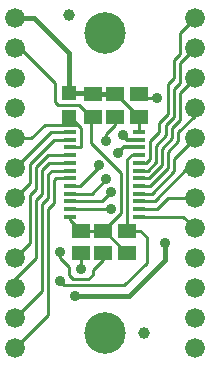
<source format=gbr>
G04 EAGLE Gerber RS-274X export*
G75*
%MOMM*%
%FSLAX34Y34*%
%LPD*%
%INTop Copper*%
%IPPOS*%
%AMOC8*
5,1,8,0,0,1.08239X$1,22.5*%
G01*
%ADD10R,0.990600X0.304800*%
%ADD11R,1.500000X1.300000*%
%ADD12C,1.000000*%
%ADD13C,3.516000*%
%ADD14C,1.676400*%
%ADD15R,1.300000X1.200000*%
%ADD16C,0.304800*%
%ADD17C,0.906400*%
%ADD18C,0.406400*%
%ADD19C,0.254000*%


D10*
X59722Y195770D03*
X59722Y189270D03*
X59722Y182770D03*
X59722Y176270D03*
X59722Y169770D03*
X59722Y163270D03*
X59722Y156770D03*
X59722Y150270D03*
X59722Y143770D03*
X59722Y137270D03*
X118078Y137270D03*
X118078Y143770D03*
X118078Y150270D03*
X118078Y156770D03*
X118078Y163270D03*
X118078Y169770D03*
X118078Y176270D03*
X118078Y182770D03*
X118078Y189270D03*
X118078Y195770D03*
X59722Y130770D03*
X118078Y130770D03*
X59722Y124270D03*
X118078Y124270D03*
D11*
X118110Y227940D03*
X118110Y208940D03*
X97790Y208940D03*
X97790Y227940D03*
X78740Y227940D03*
X78740Y208940D03*
D12*
X58420Y294640D03*
X121920Y25400D03*
D13*
X88900Y25400D03*
X88900Y279400D03*
D14*
X12700Y292100D03*
X12700Y266700D03*
X12700Y241300D03*
X12700Y215900D03*
X12700Y190500D03*
X12700Y165100D03*
X12700Y139700D03*
X12700Y114300D03*
X12700Y88900D03*
X12700Y63500D03*
X12700Y38100D03*
X12700Y12700D03*
D11*
X107950Y112370D03*
X107950Y93370D03*
X87630Y93370D03*
X87630Y112370D03*
X68580Y93370D03*
X68580Y112370D03*
D14*
X165100Y12700D03*
X165100Y38100D03*
X165100Y63500D03*
X165100Y88900D03*
X165100Y114300D03*
X165100Y139700D03*
X165100Y165100D03*
X165100Y190500D03*
X165100Y215900D03*
X165100Y241300D03*
X165100Y266700D03*
X165100Y292100D03*
D15*
X58420Y208280D03*
X58420Y228600D03*
D16*
X107910Y189270D02*
X118078Y189270D01*
X107910Y189270D02*
X104140Y193040D01*
D17*
X104140Y193040D03*
D16*
X105300Y182770D02*
X118078Y182770D01*
X105300Y182770D02*
X100330Y177800D01*
D17*
X100330Y177800D03*
D18*
X29210Y292100D02*
X12700Y292100D01*
D16*
X116650Y195770D02*
X118078Y195770D01*
D17*
X139700Y101600D03*
D18*
X139700Y87630D01*
X109220Y57150D01*
X63500Y57150D01*
D17*
X63500Y57150D03*
D18*
X78740Y227940D02*
X97790Y227940D01*
X58420Y228600D02*
X58420Y262890D01*
X29210Y292100D01*
X58420Y228600D02*
X78080Y228600D01*
D19*
X78740Y227940D01*
X97790Y227940D02*
X98450Y227940D01*
X117450Y208940D01*
X118078Y208908D02*
X118110Y208940D01*
X117450Y208940D01*
X118110Y195802D02*
X118078Y195770D01*
X118110Y195802D02*
X118110Y208940D01*
D17*
X90170Y187960D03*
D19*
X97790Y201930D02*
X97790Y208940D01*
X97790Y201930D02*
X90170Y194310D01*
X90170Y187960D01*
D17*
X133350Y224790D03*
D19*
X121260Y224790D02*
X118110Y227940D01*
X121260Y224790D02*
X133350Y224790D01*
X26670Y190500D02*
X12700Y190500D01*
X26670Y190500D02*
X38100Y201930D01*
X66040Y201930D01*
X68580Y199390D01*
X68580Y182880D01*
X59832Y182880D01*
X59722Y182770D01*
X66040Y201930D02*
X60300Y207670D01*
X59030Y207670D01*
X58420Y208280D01*
X111500Y176270D02*
X118078Y176270D01*
X111500Y176270D02*
X107950Y172720D01*
X107950Y112370D01*
X118770Y112370D01*
X124460Y106680D01*
X124460Y85090D01*
X105410Y66040D01*
X54610Y66040D01*
X50800Y69850D01*
D17*
X50800Y69850D03*
D19*
X45760Y189270D02*
X59722Y189270D01*
X45760Y189270D02*
X25400Y168910D01*
X25400Y152400D01*
X12700Y139700D01*
X87630Y93370D02*
X87630Y87630D01*
X78740Y78740D01*
X78740Y74930D01*
X74930Y71120D01*
X62230Y71120D01*
X58420Y74930D01*
X58420Y81280D01*
X50800Y88900D01*
X50800Y93980D01*
D17*
X50800Y93980D03*
D19*
X43370Y195770D02*
X59722Y195770D01*
X43370Y195770D02*
X12700Y165100D01*
D17*
X68580Y80010D03*
D19*
X68580Y93370D01*
X59722Y121228D02*
X59722Y124270D01*
X59722Y121228D02*
X68580Y112370D01*
X87630Y112370D01*
X88290Y112370D01*
X102870Y127610D02*
X102870Y161290D01*
X102870Y127610D02*
X87630Y112370D01*
X102870Y161290D02*
X77470Y186690D01*
X77470Y208280D01*
X88290Y112370D02*
X107290Y93370D01*
X107950Y93370D01*
X77470Y208280D02*
X67310Y218440D01*
X49530Y218440D01*
X46990Y220980D01*
X46990Y237490D01*
X19050Y265430D01*
X13970Y265430D01*
X12700Y266700D01*
X77470Y208280D02*
X78080Y208280D01*
X78740Y208940D01*
X59722Y176270D02*
X40380Y176270D01*
X30480Y166370D01*
X30480Y147320D01*
X25400Y142240D01*
X25400Y101600D01*
X12700Y88900D01*
X41500Y169770D02*
X59722Y169770D01*
X41500Y169770D02*
X35560Y163830D01*
X35560Y143510D01*
X30480Y138430D01*
X30480Y88900D01*
X12700Y71120D01*
X12700Y63500D01*
X43890Y163270D02*
X59722Y163270D01*
X43890Y163270D02*
X40640Y160020D01*
X40640Y139700D01*
X35560Y134620D01*
X35560Y60960D01*
X12700Y38100D01*
X47550Y156770D02*
X59722Y156770D01*
X47550Y156770D02*
X45720Y154940D01*
X45720Y135890D01*
X40640Y130810D01*
X40640Y40640D01*
X12700Y12700D01*
X59722Y150270D02*
X67720Y150270D01*
X83820Y166370D01*
X83820Y167640D01*
D17*
X83820Y167640D03*
D19*
X77730Y143770D02*
X59722Y143770D01*
X77730Y143770D02*
X90170Y156210D01*
D17*
X90170Y156210D03*
D19*
X86470Y137270D02*
X59722Y137270D01*
X86470Y137270D02*
X93980Y144780D01*
D17*
X93980Y144780D03*
D19*
X93940Y130770D02*
X59722Y130770D01*
X93940Y130770D02*
X93980Y130810D01*
D17*
X93980Y130810D03*
D19*
X118078Y124270D02*
X155130Y124270D01*
X165100Y114300D01*
X133310Y130770D02*
X118078Y130770D01*
X133310Y130770D02*
X142240Y139700D01*
X165100Y139700D01*
X130920Y137270D02*
X118078Y137270D01*
X130920Y137270D02*
X158750Y165100D01*
X165100Y165100D01*
X128530Y143770D02*
X118078Y143770D01*
X128530Y143770D02*
X147320Y162560D01*
X147320Y172720D01*
X165100Y190500D01*
X127410Y150270D02*
X118078Y150270D01*
X127410Y150270D02*
X142240Y165100D01*
X142240Y179070D01*
X151130Y187960D01*
X151130Y195580D01*
X165100Y209550D01*
X165100Y215900D01*
X126290Y156770D02*
X118078Y156770D01*
X126290Y156770D02*
X137160Y167640D01*
X137160Y181610D01*
X146050Y190500D01*
X146050Y199390D01*
X152400Y205740D01*
X152400Y228600D01*
X165100Y241300D01*
X125170Y163270D02*
X118078Y163270D01*
X125170Y163270D02*
X132080Y170180D01*
X132080Y184150D01*
X140970Y193040D01*
X140970Y201930D01*
X147320Y208280D01*
X147320Y232410D01*
X152400Y237490D01*
X152400Y254000D01*
X165100Y266700D01*
X124050Y169770D02*
X118078Y169770D01*
X124050Y169770D02*
X127000Y172720D01*
X127000Y187960D01*
X134620Y195580D01*
X134620Y203200D01*
X142240Y210820D01*
X142240Y236220D01*
X147320Y241300D01*
X147320Y256540D01*
X152400Y261620D01*
X152400Y279400D01*
X165100Y292100D01*
M02*

</source>
